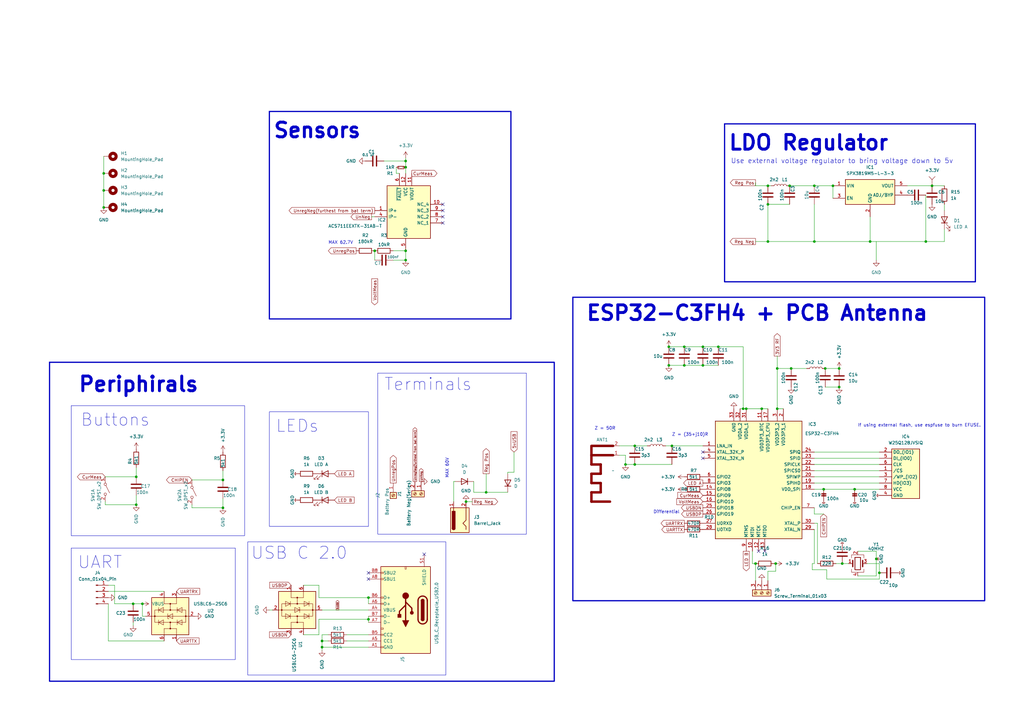
<source format=kicad_sch>
(kicad_sch (version 20230121) (generator eeschema)
  (paper "A3")
  (junction (at 324.485 151.13))
  (junction (at 166.37 102.87))
  (junction (at 153.67 102.87))
  (junction (at 54.61 247.65))
  (junction (at 151.13 254))
  (junction (at 334.01 76.2))
  (junction (at 318.135 231.14))
  (junction (at 151.13 245.11))
  (junction (at 323.85 76.2))
  (junction (at 280.67 149.86))
  (junction (at 42.545 78.105))
  (junction (at 91.44 196.85))
  (junction (at 280.67 142.24))
  (junction (at 166.37 106.68))
  (junction (at 338.455 151.13))
  (junction (at 275.59 182.88))
  (junction (at 294.64 142.24))
  (junction (at 312.42 167.64))
  (junction (at 274.32 142.24))
  (junction (at 341.63 76.2))
  (junction (at 260.35 182.88))
  (junction (at 337.82 200.66))
  (junction (at 42.545 85.09))
  (junction (at 345.44 231.14))
  (junction (at 334.01 99.06))
  (junction (at 304.8 167.64))
  (junction (at 318.77 151.13))
  (junction (at 256.54 190.5))
  (junction (at 350.52 200.66))
  (junction (at 260.35 190.5))
  (junction (at 382.27 76.2))
  (junction (at 306.07 167.64))
  (junction (at 42.545 71.12))
  (junction (at 55.88 207.01))
  (junction (at 166.37 66.04))
  (junction (at 132.08 262.89))
  (junction (at 274.32 149.86))
  (junction (at 288.29 149.86))
  (junction (at 55.88 195.58))
  (junction (at 132.08 265.43))
  (junction (at 309.88 231.14))
  (junction (at 314.96 83.82))
  (junction (at 314.96 99.06))
  (junction (at 318.77 167.64))
  (junction (at 356.87 99.06))
  (junction (at 58.42 247.65))
  (junction (at 379.73 99.06))
  (junction (at 91.44 208.28))
  (junction (at 344.17 158.75))
  (junction (at 191.135 205.74))
  (junction (at 199.39 201.93))
  (junction (at 166.37 68.58))
  (junction (at 359.41 229.235))
  (junction (at 360.68 234.95))
  (junction (at 288.29 142.24))
  (junction (at 314.96 76.2))
  (junction (at 344.17 151.13))
  (no_connect (at 181.61 91.44))
  (no_connect (at 181.61 86.36))
  (no_connect (at 151.13 237.49))
  (no_connect (at 313.69 226.06))
  (no_connect (at 288.29 187.96))
  (no_connect (at 181.61 88.9))
  (no_connect (at 173.99 227.33))
  (no_connect (at 151.13 234.95))
  (no_connect (at 288.29 185.42))
  (no_connect (at 181.61 83.82))
  (no_connect (at 311.15 226.06))
  (wire (pts (xy 91.44 208.28) (xy 91.44 204.47)))
  (wire (pts (xy 44.45 242.57) (xy 67.31 242.57)))
  (wire (pts (xy 274.32 142.24) (xy 280.67 142.24)))
  (wire (pts (xy 58.42 252.73) (xy 58.42 247.65)))
  (wire (pts (xy 111.76 250.19) (xy 110.49 250.19)))
  (wire (pts (xy 199.39 201.93) (xy 208.28 201.93)))
  (wire (pts (xy 280.67 149.86) (xy 288.29 149.86)))
  (wire (pts (xy 161.29 106.68) (xy 166.37 106.68)))
  (wire (pts (xy 55.88 191.77) (xy 55.88 195.58)))
  (wire (pts (xy 324.485 151.13) (xy 318.77 151.13)))
  (wire (pts (xy 303.53 167.64) (xy 304.8 167.64)))
  (wire (pts (xy 294.64 142.24) (xy 304.8 142.24)))
  (wire (pts (xy 334.01 76.2) (xy 341.63 76.2)))
  (wire (pts (xy 124.46 240.03) (xy 130.81 240.03)))
  (wire (pts (xy 334.01 200.66) (xy 337.82 200.66)))
  (wire (pts (xy 387.35 83.82) (xy 387.35 86.36)))
  (wire (pts (xy 356.87 88.9) (xy 356.87 99.06)))
  (wire (pts (xy 132.08 250.19) (xy 151.13 250.19)))
  (wire (pts (xy 55.88 207.01) (xy 55.88 203.2)))
  (wire (pts (xy 194.31 197.485) (xy 194.31 201.93)))
  (wire (pts (xy 91.44 193.04) (xy 91.44 196.85)))
  (wire (pts (xy 55.88 195.58) (xy 43.18 195.58)))
  (wire (pts (xy 134.62 262.89) (xy 132.08 262.89)))
  (wire (pts (xy 256.54 190.5) (xy 260.35 190.5)))
  (wire (pts (xy 344.17 151.13) (xy 338.455 151.13)))
  (wire (pts (xy 314.96 234.315) (xy 318.135 234.315)))
  (wire (pts (xy 334.01 231.14) (xy 334.01 217.17)))
  (wire (pts (xy 288.29 142.24) (xy 294.64 142.24)))
  (wire (pts (xy 387.35 93.98) (xy 387.35 99.06)))
  (wire (pts (xy 335.28 214.63) (xy 334.01 214.63)))
  (wire (pts (xy 309.88 76.2) (xy 309.88 74.93)))
  (wire (pts (xy 334.01 195.58) (xy 360.68 195.58)))
  (wire (pts (xy 208.28 193.675) (xy 208.28 194.31)))
  (wire (pts (xy 360.68 234.95) (xy 360.68 237.49)))
  (wire (pts (xy 333.121 233.68) (xy 339.09 233.68)))
  (wire (pts (xy 134.62 260.35) (xy 132.08 260.35)))
  (wire (pts (xy 379.73 80.01) (xy 379.73 99.06)))
  (wire (pts (xy 132.08 265.43) (xy 132.08 266.7)))
  (wire (pts (xy 91.44 196.85) (xy 78.74 196.85)))
  (wire (pts (xy 194.31 201.93) (xy 199.39 201.93)))
  (wire (pts (xy 350.52 200.66) (xy 360.68 200.66)))
  (wire (pts (xy 151.13 262.89) (xy 142.24 262.89)))
  (wire (pts (xy 54.61 256.54) (xy 54.61 255.27)))
  (wire (pts (xy 318.77 151.13) (xy 318.77 167.64)))
  (wire (pts (xy 124.46 260.35) (xy 130.81 260.35)))
  (wire (pts (xy 334.01 185.42) (xy 360.68 185.42)))
  (wire (pts (xy 318.77 167.64) (xy 321.31 167.64)))
  (wire (pts (xy 210.82 185.42) (xy 210.82 193.675)))
  (wire (pts (xy 78.74 207.01) (xy 78.74 208.28)))
  (wire (pts (xy 372.11 76.2) (xy 382.27 76.2)))
  (wire (pts (xy 151.13 247.65) (xy 151.13 245.11)))
  (wire (pts (xy 78.74 208.28) (xy 91.44 208.28)))
  (wire (pts (xy 151.13 260.35) (xy 142.24 260.35)))
  (wire (pts (xy 306.07 167.64) (xy 312.42 167.64)))
  (wire (pts (xy 312.42 167.64) (xy 314.96 167.64)))
  (wire (pts (xy 254 186.69) (xy 256.54 186.69)))
  (wire (pts (xy 288.29 149.86) (xy 294.64 149.86)))
  (wire (pts (xy 166.37 64.77) (xy 166.37 66.04)))
  (wire (pts (xy 382.27 76.2) (xy 387.35 76.2)))
  (wire (pts (xy 314.96 238.125) (xy 314.96 234.315)))
  (wire (pts (xy 360.68 231.14) (xy 360.68 234.95)))
  (wire (pts (xy 314.96 99.06) (xy 334.01 99.06)))
  (wire (pts (xy 162.56 68.58) (xy 162.56 71.12)))
  (wire (pts (xy 341.63 76.2) (xy 341.63 81.28)))
  (wire (pts (xy 334.01 83.82) (xy 334.01 99.06)))
  (wire (pts (xy 334.01 193.04) (xy 360.68 193.04)))
  (wire (pts (xy 316.23 76.2) (xy 314.96 76.2)))
  (wire (pts (xy 151.13 254) (xy 151.13 255.27)))
  (wire (pts (xy 334.01 210.82) (xy 337.82 210.82)))
  (wire (pts (xy 359.41 236.22) (xy 351.79 236.22)))
  (wire (pts (xy 323.85 76.2) (xy 334.01 76.2)))
  (wire (pts (xy 334.01 187.96) (xy 360.68 187.96)))
  (wire (pts (xy 333.121 231.14) (xy 333.121 233.68)))
  (wire (pts (xy 42.545 71.12) (xy 42.545 78.105)))
  (wire (pts (xy 359.41 106.68) (xy 359.41 99.06)))
  (wire (pts (xy 330.835 151.13) (xy 324.485 151.13)))
  (wire (pts (xy 309.88 76.2) (xy 314.96 76.2)))
  (wire (pts (xy 304.8 142.24) (xy 304.8 167.64)))
  (wire (pts (xy 44.45 262.89) (xy 44.45 247.65)))
  (wire (pts (xy 166.37 106.68) (xy 166.37 102.87)))
  (wire (pts (xy 273.05 182.88) (xy 275.59 182.88)))
  (wire (pts (xy 345.44 231.14) (xy 342.9 231.14)))
  (wire (pts (xy 186.055 197.485) (xy 186.055 205.74)))
  (wire (pts (xy 334.01 99.06) (xy 356.87 99.06)))
  (wire (pts (xy 46.99 247.65) (xy 46.99 240.03)))
  (wire (pts (xy 151.13 265.43) (xy 132.08 265.43)))
  (wire (pts (xy 317.5 231.14) (xy 318.135 231.14)))
  (wire (pts (xy 152.4 88.9) (xy 153.67 88.9)))
  (wire (pts (xy 308.61 231.14) (xy 308.61 226.06)))
  (wire (pts (xy 166.37 66.04) (xy 166.37 68.58)))
  (wire (pts (xy 314.96 83.82) (xy 323.85 83.82)))
  (wire (pts (xy 59.69 252.73) (xy 58.42 252.73)))
  (wire (pts (xy 210.82 193.675) (xy 208.28 193.675)))
  (wire (pts (xy 359.41 229.235) (xy 359.41 236.22)))
  (wire (pts (xy 309.88 238.125) (xy 309.88 231.14)))
  (wire (pts (xy 334.01 190.5) (xy 360.68 190.5)))
  (wire (pts (xy 130.81 260.35) (xy 130.81 254)))
  (wire (pts (xy 43.18 205.74) (xy 43.18 207.01)))
  (wire (pts (xy 309.88 231.14) (xy 308.61 231.14)))
  (wire (pts (xy 157.48 66.04) (xy 166.37 66.04)))
  (wire (pts (xy 314.96 83.82) (xy 314.96 99.06)))
  (wire (pts (xy 151.13 254) (xy 151.13 252.73)))
  (wire (pts (xy 67.31 262.89) (xy 44.45 262.89)))
  (wire (pts (xy 379.73 99.06) (xy 387.35 99.06)))
  (wire (pts (xy 199.39 194.31) (xy 199.39 201.93)))
  (wire (pts (xy 132.08 260.35) (xy 132.08 262.89)))
  (wire (pts (xy 333.121 231.14) (xy 334.01 231.14)))
  (wire (pts (xy 193.675 205.74) (xy 191.135 205.74)))
  (wire (pts (xy 355.6 231.14) (xy 360.68 231.14)))
  (wire (pts (xy 186.69 197.485) (xy 186.055 197.485)))
  (wire (pts (xy 162.56 71.12) (xy 163.83 71.12)))
  (wire (pts (xy 318.135 234.315) (xy 318.135 231.14)))
  (wire (pts (xy 347.98 231.14) (xy 345.44 231.14)))
  (wire (pts (xy 256.54 186.69) (xy 256.54 190.5)))
  (wire (pts (xy 161.29 102.87) (xy 166.37 102.87)))
  (wire (pts (xy 260.35 190.5) (xy 275.59 190.5)))
  (wire (pts (xy 254 182.88) (xy 260.35 182.88)))
  (wire (pts (xy 274.32 149.86) (xy 280.67 149.86)))
  (wire (pts (xy 334.01 198.12) (xy 360.68 198.12)))
  (wire (pts (xy 318.77 146.05) (xy 318.77 151.13)))
  (wire (pts (xy 280.67 142.24) (xy 288.29 142.24)))
  (wire (pts (xy 337.82 200.66) (xy 350.52 200.66)))
  (wire (pts (xy 132.08 262.89) (xy 132.08 265.43)))
  (wire (pts (xy 42.545 78.105) (xy 42.545 85.09)))
  (wire (pts (xy 335.28 231.14) (xy 335.28 214.63)))
  (wire (pts (xy 42.545 64.135) (xy 42.545 71.12)))
  (wire (pts (xy 54.61 247.65) (xy 46.99 247.65)))
  (wire (pts (xy 356.87 99.06) (xy 379.73 99.06)))
  (wire (pts (xy 309.88 99.06) (xy 314.96 99.06)))
  (wire (pts (xy 130.81 245.11) (xy 151.13 245.11)))
  (wire (pts (xy 351.79 226.06) (xy 359.41 226.06)))
  (wire (pts (xy 153.67 102.87) (xy 153.67 106.68)))
  (wire (pts (xy 260.35 182.88) (xy 265.43 182.88)))
  (wire (pts (xy 304.8 167.64) (xy 306.07 167.64)))
  (wire (pts (xy 339.09 237.49) (xy 339.09 233.68)))
  (wire (pts (xy 43.18 207.01) (xy 55.88 207.01)))
  (wire (pts (xy 334.01 208.28) (xy 334.01 210.82)))
  (wire (pts (xy 275.59 182.88) (xy 288.29 182.88)))
  (wire (pts (xy 130.81 240.03) (xy 130.81 245.11)))
  (wire (pts (xy 46.99 240.03) (xy 44.45 240.03)))
  (wire (pts (xy 58.42 247.65) (xy 54.61 247.65)))
  (wire (pts (xy 360.68 237.49) (xy 339.09 237.49)))
  (wire (pts (xy 359.41 226.06) (xy 359.41 229.235)))
  (wire (pts (xy 166.37 68.58) (xy 166.37 71.12)))
  (wire (pts (xy 130.81 254) (xy 151.13 254)))
  (wire (pts (xy 344.17 158.75) (xy 338.455 158.75)))
  (rectangle (start 297.18 50.8) (end 400.05 115.57) (stroke (width 0.5)))
  (rectangle (start 110.49 45.72) (end 209.55 130.81) (stroke (width 0.5)))
  (rectangle (start 20.32 148.59) (end 227.33 279.4) (stroke (width 0.5)))
  (rectangle (start 154.94 153.035) (end 215.9 219.075))
  (rectangle (start 101.6 222.25) (end 182.88 276.86))
  (rectangle (start 110.49 168.91) (end 151.13 215.9))
  (rectangle (start 29.21 224.79) (end 96.52 270.51))
  (rectangle (start 234.95 121.92) (end 403.86 246.38) (stroke (width 0.5)))
  (rectangle (start 29.21 166.37) (end 100.33 219.71))
  (text "MAX 60V" (at 184.15 196.215 90) (effects (font (size 1.27 1.27)) (justify left bottom)))
  (text "ESP32-C3FH4 + PCB Antenna" (at 240.03 132.08 0) (effects (font (size 6 6) (thickness 1.2) bold) (justify left bottom)))
  (text "Differential" (at 267.97 210.82 0) (effects (font (size 1.27 1.27)) (justify left bottom)))
  (text "USB C 2.0" (at 102.87 229.87 0) (effects (font (size 5 5)) (justify left bottom)))
  (text "If using external flash, use espfuse to burn EFUSE." (at 351.79 175.26 0) (effects (font (size 1.27 1.27)) (justify left bottom)))
  (text "LEDs" (at 113.03 177.8 0) (effects (font (size 5 5)) (justify left bottom)))
  (text "Use external voltage regulator to bring voltage down to 5v" (at 299.72 67.31 0) (effects (font (size 2 2)) (justify left bottom)))
  (text "Terminals" (at 157.48 160.655 0) (effects (font (size 5 5)) (justify left bottom)))
  (text "Sensors" (at 111.76 57.15 0) (effects (font (size 6 6) (thickness 1.2) bold) (justify left bottom)))
  (text "Z = (35+j10)R" (at 275.59 179.07 0) (effects (font (size 1.27 1.27)) (justify left bottom)))
  (text "Periphirals " (at 31.75 161.29 0) (effects (font (size 6 6) (thickness 1.2) bold) (justify left bottom)))
  (text "Z = 50R" (at 243.84 176.53 0) (effects (font (size 1.27 1.27)) (justify left bottom)))
  (text "LDO Regulator\n" (at 298.45 62.23 0) (effects (font (size 6 6) (thickness 1.2) bold) (justify left bottom)))
  (text "Buttons" (at 33.02 175.26 0) (effects (font (size 5 5)) (justify left bottom)))
  (text "MAX 62.7V" (at 134.62 100.33 0) (effects (font (size 1.27 1.27)) (justify left bottom)))
  (text "UART" (at 31.75 233.68 0) (effects (font (size 5 5)) (justify left bottom)))
  (global_label "LED B" (shape output) (at 306.07 226.06 270) (property "Intersheetrefs" "${INTERSHEET_REFS}" (effects hide)))
  (global_label "UnregNeg(furthest from bat term)" (shape output) (at 153.67 86.36 180) (property "Intersheetrefs" "${INTERSHEET_REFS}" (effects hide)))
  (global_label "UnregNeg(furthest from bat term)" (shape output) (at 170.18 197.485 90) (effects (font (size 0.8 0.8))) (property "Intersheetrefs" "${INTERSHEET_REFS}" (effects hide)))
  (global_label "LED A" (shape output) (at 288.29 198.12 180) (property "Intersheetrefs" "${INTERSHEET_REFS}" (effects hide)))
  (global_label "VoltMeas" (shape output) (at 153.67 114.3 270) (property "Intersheetrefs" "${INTERSHEET_REFS}" (effects hide)))
  (global_label "USBDN" (shape input) (at 119.38 260.35 180) (property "Intersheetrefs" "${INTERSHEET_REFS}" (effects hide)))
  (global_label "UnregPos" (shape output) (at 161.29 198.12 90) (property "Intersheetrefs" "${INTERSHEET_REFS}" (effects hide)))
  (global_label "UnregPos" (shape output) (at 146.05 102.87 180) (property "Intersheetrefs" "${INTERSHEET_REFS}" (effects hide)))
  (global_label "5vUSB" (shape input) (at 210.82 185.42 90) (property "Intersheetrefs" "${INTERSHEET_REFS}" (effects hide)))
  (global_label "LED B" (shape input) (at 137.16 205.105 0) (property "Intersheetrefs" "${INTERSHEET_REFS}" (effects hide)))
  (global_label "CHIPEN" (shape input) (at 337.82 210.82 270) (property "Intersheetrefs" "${INTERSHEET_REFS}" (effects hide)))
  (global_label "USBDN" (shape output) (at 288.29 208.28 180) (property "Intersheetrefs" "${INTERSHEET_REFS}" (effects hide)))
  (global_label "UARTTX" (shape input) (at 72.39 262.89 0) (property "Intersheetrefs" "${INTERSHEET_REFS}" (effects hide)))
  (global_label "USBDP" (shape input) (at 119.38 240.03 180) (property "Intersheetrefs" "${INTERSHEET_REFS}" (effects hide)))
  (global_label "CurMeas" (shape output) (at 168.91 71.12 0) (property "Intersheetrefs" "${INTERSHEET_REFS}" (effects hide)))
  (global_label "Reg Pos" (shape output) (at 309.88 74.93 180) (property "Intersheetrefs" "${INTERSHEET_REFS}" (effects hide)))
  (global_label "VoltMeas" (shape input) (at 288.29 205.74 180) (property "Intersheetrefs" "${INTERSHEET_REFS}" (effects hide)))
  (global_label "UARTRX" (shape input) (at 72.39 242.57 0) (property "Intersheetrefs" "${INTERSHEET_REFS}" (effects hide)))
  (global_label "LED A" (shape input) (at 137.16 194.31 0) (property "Intersheetrefs" "${INTERSHEET_REFS}" (effects hide)))
  (global_label "UARTRX" (shape output) (at 280.67 214.63 180) (property "Intersheetrefs" "${INTERSHEET_REFS}" (effects hide)))
  (global_label "CurMeas" (shape input) (at 288.29 203.2 180) (property "Intersheetrefs" "${INTERSHEET_REFS}" (effects hide)))
  (global_label "USBDP" (shape output) (at 288.29 210.82 180) (property "Intersheetrefs" "${INTERSHEET_REFS}" (effects hide)))
  (global_label "CurMeas" (shape bidirectional) (at 43.18 195.58 180) (property "Intersheetrefs" "${INTERSHEET_REFS}" (effects hide)))
  (global_label "3V3 RF" (shape output) (at 318.77 146.05 90) (property "Intersheetrefs" "${INTERSHEET_REFS}" (effects hide)))
  (global_label "Reg Neg" (shape output) (at 309.88 99.06 180) (property "Intersheetrefs" "${INTERSHEET_REFS}" (effects hide)))
  (global_label "UARTTX" (shape output) (at 280.67 217.17 180) (property "Intersheetrefs" "${INTERSHEET_REFS}" (effects hide)))
  (global_label "5vUSB" (shape output) (at 138.43 250.19 90) (effects (font (size 0.6 0.6))) (property "Intersheetrefs" "${INTERSHEET_REFS}" (effects hide)))
  (global_label "UnNeg" (shape output) (at 172.72 197.485 90) (effects (font (size 0.8 0.8))) (property "Intersheetrefs" "${INTERSHEET_REFS}" (effects hide)))
  (global_label "UnNeg" (shape output) (at 152.4 88.9 180) (property "Intersheetrefs" "${INTERSHEET_REFS}" (effects hide)))
  (global_label "CHIPEN" (shape bidirectional) (at 78.74 196.85 180) (property "Intersheetrefs" "${INTERSHEET_REFS}" (effects hide)))
  (global_label "Reg Neg" (shape output) (at 193.675 205.74 0) (property "Intersheetrefs" "${INTERSHEET_REFS}" (effects hide)))
  (global_label "Reg Pos" (shape output) (at 199.39 194.31 90) (property "Intersheetrefs" "${INTERSHEET_REFS}" (effects hide)))
  (symbol (lib_id "Device:C") (at 314.96 80.01 0) (unit 1)
    (property "Reference" "C2" (at 312.42 85.09 90))
    (property "Value" "100n" (at 311.785 80.01 90))
    (property "Footprint" "Capacitor_SMD:C_0603_1608Metric_Pad1.08x0.95mm_HandSolder" (effects hide))
  )
  (symbol (lib_name "GND_1") (lib_id "power:GND") (at 359.41 229.235 90) (unit 1)
    (property "Reference" "#PWR027" (effects hide))
    (property "Value" "GND" (at 361.442 229.235 0))
  )
  (symbol (lib_id "Device:R") (at 387.35 80.01 180) (unit 1)
    (property "Reference" "R15" (at 389.89 78.74 0) (effects (justify right)))
    (property "Value" "1k" (at 389.89 81.28 0) (effects (justify right)))
    (property "Footprint" "Resistor_SMD:R_0805_2012Metric_Pad1.20x1.40mm_HandSolder" (effects hide))
  )
  (symbol (lib_id "power:GND") (at 300.99 167.64 180) (unit 1)
    (property "Reference" "#PWR012" (effects hide))
    (property "Value" "GND" (at 300.99 162.56 0))
  )
  (symbol (lib_id "W25Q128JVSIQ:W25Q128JVSIQ") (at 326.39 186.69 0) (unit 1)
    (property "Reference" "IC4" (at 371.475 179.07 0))
    (property "Value" "W25Q128JVSIQ" (at 371.475 181.61 0))
    (property "Footprint" "W25Q128JVSIQ:SOIC127P790X216-8N" (effects hide))
    (property "Datasheet" "https://www.winbond.com/hq/search-resource-file.jsp?partNo=W25Q128JVSIQ&type=datasheet" (effects hide))
    (property "Height" "2.16" (effects hide))
    (property "Manufacturer_Name" "Winbond" (effects hide))
    (property "Manufacturer_Part_Number" "W25Q128JVSIQ" (effects hide))
    (property "Mouser Part Number" "454-W25Q128JVSIQ" (effects hide))
    (property "Mouser Price/Stock" "https://www.mouser.co.uk/ProductDetail/Winbond/W25Q128JVSIQ?qs=qSfuJ%252Bfl%2Fd6tLXvPR4fl9w%3D%3D" (effects hide))
    (property "Arrow Part Number" "W25Q128JVSIQ" (effects hide))
    (property "Arrow Price/Stock" "https://www.arrow.com/en/products/w25q128jvsiq/winbond-electronics?region=nac" (effects hide))
  )
  (symbol (lib_id "Device:Crystal_GND24") (at 351.79 231.14 0) (unit 1)
    (property "Reference" "Y1" (at 359.41 223.266 0))
    (property "Value" "40MHZ" (at 359.283 225.044 0))
    (property "Footprint" "Crystal:Crystal_SMD_2016-4Pin_2.0x1.6mm" (effects hide))
  )
  (symbol (lib_id "Device:C") (at 91.44 200.66 0) (unit 1)
    (property "Reference" "C18" (at 95.25 200.66 0))
    (property "Value" "100n	" (at 96.52 203.2 0))
    (property "Footprint" "Capacitor_SMD:C_0603_1608Metric_Pad1.08x0.95mm_HandSolder" (effects hide))
  )
  (symbol (lib_id "power:GND") (at 132.08 266.7 0) (unit 1)
    (property "Reference" "#PWR034" (effects hide))
    (property "Value" "GND" (at 132.08 270.51 90) (effects (justify right)))
  )
  (symbol (lib_id "Device:R") (at 284.48 200.66 90) (unit 1)
    (property "Reference" "R8" (at 280.67 200.66 90))
    (property "Value" "5k1" (at 284.48 200.66 90))
    (property "Footprint" "Resistor_SMD:R_1206_3216Metric_Pad1.30x1.75mm_HandSolder" (effects hide))
  )
  (symbol (lib_name "GND_1") (lib_id "power:GND") (at 345.44 223.52 180) (unit 1)
    (property "Reference" "#PWR026" (effects hide))
    (property "Value" "GND" (at 345.44 221.488 0))
  )
  (symbol (lib_id "Device:LED") (at 387.35 90.17 90) (unit 1)
    (property "Reference" "D1" (at 391.16 90.4875 90) (effects (justify right)))
    (property "Value" "LED A" (at 391.16 93.0275 90) (effects (justify right)))
    (property "Footprint" "LED_SMD:LED_0603_1608Metric_Pad1.05x0.95mm_HandSolder" (effects hide))
  )
  (symbol (lib_id "Power_Protection:USBLC6-2SC6") (at 121.92 250.19 270) (unit 1)
    (property "Reference" "U1" (at 123.19 262.89 0) (effects (justify left)))
    (property "Value" "USBLC6-2SC6" (at 120.65 261.62 0) (effects (justify left)))
    (property "Footprint" "Package_TO_SOT_SMD:SOT-23-6" (effects hide))
    (property "Datasheet" "https://www.st.com/resource/en/datasheet/usblc6-2.pdf" (effects hide))
  )
  (symbol (lib_id "power:GND") (at 312.42 238.125 180) (unit 1)
    (property "Reference" "#PWR037" (effects hide))
    (property "Value" "GND" (at 312.42 233.045 0))
  )
  (symbol (lib_id "power:+3.3V") (at 55.88 184.15 0) (unit 1)
    (property "Reference" "#PWR013" (effects hide))
    (property "Value" "+3.3V" (at 55.88 179.07 0))
  )
  (symbol (lib_id "power:GND") (at 382.27 83.82 0) (unit 1)
    (property "Reference" "#PWR04" (effects hide))
    (property "Value" "GND" (at 382.27 88.9 0))
  )
  (symbol (lib_id "Connector:Screw_Terminal_01x02") (at 172.72 202.565 270) (unit 1)
    (property "Reference" "J1" (at 163.83 202.565 0))
    (property "Value" "Battery Neg(Series)" (at 167.64 206.375 0))
  )
  (symbol (lib_id "Device:R") (at 313.69 231.14 270) (unit 1)
    (property "Reference" "R16" (at 313.69 224.79 90))
    (property "Value" "1k" (at 313.69 227.33 90))
    (property "Footprint" "Resistor_SMD:R_0805_2012Metric_Pad1.20x1.40mm_HandSolder" (effects hide))
  )
  (symbol (lib_name "R_1") (lib_id "Device:R") (at 164.465 68.58 90) (unit 1)
    (property "Reference" "R1" (at 160.02 71.12 90))
    (property "Value" "1kR" (at 160.02 68.58 90))
    (property "Footprint" "Resistor_SMD:R_0805_2012Metric_Pad1.20x1.40mm_HandSolder" (effects hide))
  )
  (symbol (lib_id "Device:R") (at 138.43 262.89 270) (unit 1)
    (property "Reference" "R14" (at 138.43 265.43 90))
    (property "Value" "5k1" (at 138.43 262.89 90))
    (property "Footprint" "Resistor_SMD:R_1206_3216Metric_Pad1.30x1.75mm_HandSolder" (effects hide))
  )
  (symbol (lib_id "power:+3.3V") (at 274.32 142.24 0) (unit 1)
    (property "Reference" "#PWR07" (effects hide))
    (property "Value" "+3.3V" (at 274.32 137.16 0))
  )
  (symbol (lib_id "Mechanical:MountingHole_Pad") (at 45.085 71.12 270) (unit 1)
    (property "Reference" "H2" (at 49.53 69.85 90) (effects (justify left)))
    (property "Value" "MountingHole_Pad" (at 49.53 72.39 90) (effects (justify left)))
    (property "Footprint" "MountingHole:MountingHole_2.7mm_M2.5_Pad" (effects hide))
  )
  (symbol (lib_id "ACS711EEXTK-31AB-T:ACS711EEXTK-31AB-T") (at 153.67 88.9 0) (unit 1)
    (property "Reference" "IC2" (at 154.94 90.17 0) (effects (justify left)))
    (property "Value" "ACS711EEXTK-31AB-T" (at 134.62 92.71 0) (effects (justify left)))
    (property "Footprint" "Sensor_Current:Allegro_QFN-12-10-1EP_3x3mm_P0.5mm" (effects hide))
    (property "Datasheet" "https://www.allegromicro.com/-/media/files/datasheets/acs711-datasheet.ashx" (effects hide))
    (property "Height" "0.8" (effects hide))
    (property "Manufacturer_Name" "Allegro Microsystems" (effects hide))
    (property "Manufacturer_Part_Number" "ACS711EEXTK-31AB-T" (effects hide))
    (property "Arrow Part Number" "ACS711EEXTK-31AB-T" (effects hide))
    (property "Arrow Price/Stock" "https://www.arrow.com/en/products/acs711eextk-31ab-t/allegro-microsystems" (effects hide))
  )
  (symbol (lib_name "GND_1") (lib_id "power:GND") (at 350.52 205.486 0) (unit 1)
    (property "Reference" "#PWR023" (effects hide))
    (property "Value" "GND" (at 350.52 207.518 0))
  )
  (symbol (lib_id "Device:R") (at 125.73 205.105 90) (unit 1)
    (property "Reference" "R9" (at 125.73 199.39 90))
    (property "Value" "1k" (at 125.73 201.93 90))
    (property "Footprint" "Resistor_SMD:R_0805_2012Metric_Pad1.20x1.40mm_HandSolder" (effects hide))
  )
  (symbol (lib_id "power:+3.3V") (at 280.67 200.66 90) (unit 1)
    (property "Reference" "#PWR019" (effects hide))
    (property "Value" "+3.3V" (at 276.86 200.66 90) (effects (justify left)))
  )
  (symbol (lib_id "Device:L") (at 334.645 151.13 90) (unit 1)
    (property "Reference" "L2" (at 335.28 148.59 90) (effects (justify right)))
    (property "Value" "2n2" (at 330.2 148.59 90) (effects (justify right)))
    (property "Footprint" "Inductor_SMD:L_0805_2012Metric_Pad1.05x1.20mm_HandSolder" (effects hide))
  )
  (symbol (lib_id "power:+3.3V") (at 91.44 185.42 0) (unit 1)
    (property "Reference" "#PWR014" (effects hide))
    (property "Value" "+3.3V" (at 91.44 181.61 90) (effects (justify left)))
  )
  (symbol (lib_id "power:GND") (at 42.545 85.09 0) (unit 1)
    (property "Reference" "#PWR035" (effects hide))
    (property "Value" "GND" (at 42.545 90.17 0))
  )
  (symbol (lib_id "Device:C") (at 344.17 154.94 0) (unit 1)
    (property "Reference" "C14" (at 347.98 153.67 0) (effects (justify left)))
    (property "Value" "10u" (at 347.98 156.21 0) (effects (justify left)))
    (property "Footprint" "Capacitor_SMD:C_0805_2012Metric_Pad1.18x1.45mm_HandSolder" (effects hide))
  )
  (symbol (lib_id "Device:C") (at 324.485 154.94 0) (unit 1)
    (property "Reference" "C12" (at 326.39 158.75 90))
    (property "Value" "100n" (at 321.31 154.94 90))
    (property "Footprint" "Capacitor_SMD:C_0603_1608Metric_Pad1.08x0.95mm_HandSolder" (effects hide))
  )
  (symbol (lib_id "power:+3.3V") (at 166.37 64.77 0) (unit 1)
    (property "Reference" "#PWR01" (effects hide))
    (property "Value" "+3.3V" (at 166.37 59.69 0))
  )
  (symbol (lib_id "Device:LED") (at 133.35 205.105 0) (unit 1)
    (property "Reference" "D6" (at 131.7625 199.39 0))
    (property "Value" "LED B" (at 131.7625 201.93 0))
    (property "Footprint" "LED_SMD:LED_0603_1608Metric_Pad1.05x0.95mm_HandSolder" (effects hide))
  )
  (symbol (lib_id "power:GND") (at 80.01 252.73 90) (unit 1)
    (property "Reference" "#PWR032" (effects hide))
    (property "Value" "GND" (at 83.82 252.73 90) (effects (justify right)))
  )
  (symbol (lib_id "Connector:USB_C_Receptacle_USB2.0") (at 166.37 250.19 180) (unit 1)
    (property "Reference" "J5" (at 165.1 269.24 90) (effects (justify left)))
    (property "Value" "USB_C_Receptacle_USB2.0" (at 179.07 238.76 90) (effects (justify left)))
    (property "Footprint" "Connector_USB:USB_C_Receptacle_GCT_USB4105-xx-A_16P_TopMnt_Horizontal" (effects hide))
    (property "Datasheet" "https://www.usb.org/sites/default/files/documents/usb_type-c.zip" (effects hide))
  )
  (symbol (lib_id "Mechanical:MountingHole_Pad") (at 45.085 64.135 270) (unit 1)
    (property "Reference" "H1" (at 49.53 62.865 90) (effects (justify left)))
    (property "Value" "MountingHole_Pad" (at 49.53 65.405 90) (effects (justify left)))
    (property "Footprint" "MountingHole:MountingHole_2.7mm_M2.5_Pad" (effects hide))
  )
  (symbol (lib_id "SPX3819M5-L-3-3:SPX3819M5-L-3-3") (at 341.63 76.835 0) (unit 1)
    (property "Reference" "IC1" (at 356.87 68.58 0))
    (property "Value" "SPX3819M5-L-3-3" (at 356.87 71.12 0))
    (property "Footprint" "SPX3819M5-L-3-3:SOT95P280X145-5N" (effects hide))
    (property "Datasheet" "https://componentsearchengine.com/Datasheets/2/SPX3819M5-L-3-3.pdf" (effects hide))
    (property "Height" "1.45" (effects hide))
    (property "Manufacturer_Name" "MaxLinear, Inc." (effects hide))
    (property "Manufacturer_Part_Number" "SPX3819M5-L-3-3" (effects hide))
    (property "Mouser Part Number" "701-SPX3819M5-L-3-3" (effects hide))
    (property "Mouser Price/Stock" "https://www.mouser.co.uk/ProductDetail/MaxLinear/SPX3819M5-L-3-3?qs=2Z08r0Wtf%2Fyl32mFDRYBCg%3D%3D" (effects hide))
  )
  (symbol (lib_id "Device:C") (at 375.92 80.01 90) (unit 1)
    (property "Reference" "C5" (at 373.38 78.74 90))
    (property "Value" "100n" (at 375.92 83.185 90))
    (property "Footprint" "Capacitor_SMD:C_0603_1608Metric_Pad1.08x0.95mm_HandSolder" (effects hide))
  )
  (symbol (lib_id "Device:C") (at 55.88 199.39 0) (unit 1)
    (property "Reference" "C17" (at 59.69 199.39 0))
    (property "Value" "100n	" (at 60.96 201.93 0))
    (property "Footprint" "Capacitor_SMD:C_0603_1608Metric_Pad1.08x0.95mm_HandSolder" (effects hide))
  )
  (symbol (lib_id "Device:LED") (at 133.35 194.31 0) (unit 1)
    (property "Reference" "D3" (at 131.7625 187.96 0))
    (property "Value" "LED A" (at 131.7625 190.5 0))
    (property "Footprint" "LED_SMD:LED_0603_1608Metric_Pad1.05x0.95mm_HandSolder" (effects hide))
  )
  (symbol (lib_id "Mechanical:MountingHole_Pad") (at 45.085 78.105 270) (unit 1)
    (property "Reference" "H3" (at 49.53 76.835 90) (effects (justify left)))
    (property "Value" "MountingHole_Pad" (at 49.53 79.375 90) (effects (justify left)))
    (property "Footprint" "MountingHole:MountingHole_2.7mm_M2.5_Pad" (effects hide))
  )
  (symbol (lib_id "Device:R") (at 55.88 187.96 0) (unit 1)
    (property "Reference" "R4" (at 53.34 190.5 90) (effects (justify left)))
    (property "Value" "5k1" (at 55.88 190.5 90) (effects (justify left)))
    (property "Footprint" "Resistor_SMD:R_1206_3216Metric_Pad1.30x1.75mm_HandSolder" (effects hide))
  )
  (symbol (lib_id "Device:L") (at 269.24 182.88 90) (unit 1)
    (property "Reference" "L3" (at 269.24 180.34 90) (effects (justify right)))
    (property "Value" "2n2" (at 264.16 180.34 90) (effects (justify right)))
    (property "Footprint" "Inductor_SMD:L_0805_2012Metric_Pad1.05x1.20mm_HandSolder" (effects hide))
  )
  (symbol (lib_id "Device:D") (at 190.5 197.485 180) (unit 1)
    (property "Reference" "D4" (at 190.5 191.135 0))
    (property "Value" "D" (at 190.5 193.675 0))
    (property "Footprint" "Diode_SMD:D_SMB_Handsoldering" (effects hide))
    (property "Sim.Device" "D" (effects hide))
    (property "Sim.Pins" "1=K 2=A" (effects hide))
  )
  (symbol (lib_id "power:GND") (at 55.88 207.01 0) (unit 1)
    (property "Reference" "#PWR024" (effects hide))
    (property "Value" "GND" (at 55.88 210.82 90) (effects (justify right)))
  )
  (symbol (lib_id "Connector:Screw_Terminal_01x03") (at 312.42 243.205 270) (unit 1)
    (property "Reference" "J6" (at 317.5 241.935 90) (effects (justify left)))
    (property "Value" "Screw_Terminal_01x03" (at 317.5 244.475 90) (effects (justify left)))
    (property "Footprint" "Connector_PinSocket_2.54mm:PinSocket_1x03_P2.54mm_Vertical" (effects hide))
  )
  (symbol (lib_name "+3.3V_1") (lib_id "power:+3.3V") (at 382.27 76.2 0) (unit 1)
    (property "Reference" "#PWR03" (effects hide))
    (property "Value" "+3.3V" (at 382.27 69.85 0))
  )
  (symbol (lib_id "Device:R") (at 138.43 260.35 90) (unit 1)
    (property "Reference" "R13" (at 138.43 257.81 90))
    (property "Value" "5k1" (at 138.43 260.35 90))
    (property "Footprint" "Resistor_SMD:R_1206_3216Metric_Pad1.30x1.75mm_HandSolder" (effects hide))
  )
  (symbol (lib_id "Device:C") (at 364.49 234.95 90) (unit 1)
    (property "Reference" "C22" (at 360.68 238.76 90) (effects (justify right)))
    (property "Value" "10p" (at 364.49 240.03 90) (effects (justify right)))
    (property "Footprint" "Capacitor_SMD:C_0603_1608Metric_Pad1.08x0.95mm_HandSolder" (effects hide))
  )
  (symbol (lib_id "power:+3.3V") (at 318.135 231.14 270) (unit 1)
    (property "Reference" "#PWR038" (effects hide))
    (property "Value" "+3.3V" (at 321.945 231.14 90) (effects (justify left)))
  )
  (symbol (lib_id "Device:R") (at 284.48 217.17 90) (unit 1)
    (property "Reference" "R11" (at 284.48 219.71 90))
    (property "Value" "470R" (at 284.48 217.17 90))
    (property "Footprint" "Resistor_SMD:R_0603_1608Metric_Pad0.98x0.95mm_HandSolder" (effects hide))
  )
  (symbol (lib_id "power:GND") (at 191.135 205.74 180) (unit 1)
    (property "Reference" "#PWR036" (effects hide))
    (property "Value" "GND" (at 191.135 201.295 0))
  )
  (symbol (lib_id "Device:R") (at 91.44 189.23 0) (unit 1)
    (property "Reference" "R5" (at 87.63 187.96 0) (effects (justify left)))
    (property "Value" "5k1" (at 91.44 191.77 90) (effects (justify left)))
    (property "Footprint" "Resistor_SMD:R_1206_3216Metric_Pad1.30x1.75mm_HandSolder" (effects hide))
  )
  (symbol (lib_id "Mechanical:MountingHole_Pad") (at 45.085 85.09 270) (unit 1)
    (property "Reference" "H4" (at 49.53 83.82 90) (effects (justify left)))
    (property "Value" "MountingHole_Pad" (at 49.53 86.36 90) (effects (justify left)))
    (property "Footprint" "MountingHole:MountingHole_2.7mm_M2.5_Pad" (effects hide))
  )
  (symbol (lib_id "Device:C") (at 280.67 146.05 0) (unit 1)
    (property "Reference" "C9" (at 280.67 143.51 0) (effects (justify left)))
    (property "Value" "100n" (at 281.94 148.59 0) (effects (justify left)))
    (property "Footprint" "Capacitor_SMD:C_0603_1608Metric_Pad1.08x0.95mm_HandSolder" (effects hide))
  )
  (symbol (lib_id "Power_Protection:USBLC6-2SC6") (at 69.85 252.73 90) (unit 1)
    (property "Reference" "U2" (at 86.36 250.5141 90))
    (property "Value" "USBLC6-2SC6" (at 86.36 247.65 90))
    (property "Footprint" "Package_TO_SOT_SMD:SOT-23-6" (effects hide))
    (property "Datasheet" "https://www.st.com/resource/en/datasheet/usblc6-2.pdf" (effects hide))
  )
  (symbol (lib_id "Device:R") (at 149.86 102.87 90) (unit 1)
    (property "Reference" "R2" (at 149.86 96.52 90))
    (property "Value" "180kR" (at 149.86 99.06 90))
    (property "Footprint" "Resistor_THT:R_Axial_DIN0309_L9.0mm_D3.2mm_P12.70mm_Horizontal" (effects hide))
  )
  (symbol (lib_id "Device:C") (at 338.455 154.94 0) (unit 1)
    (property "Reference" "C13" (at 336.55 160.02 90))
    (property "Value" "100n" (at 335.28 154.94 90))
    (property "Footprint" "Capacitor_SMD:C_0603_1608Metric_Pad1.08x0.95mm_HandSolder" (effects hide))
  )
  (symbol (lib_id "Device:C") (at 260.35 186.69 0) (unit 1)
    (property "Reference" "C15" (at 260.35 184.15 0) (effects (justify left)))
    (property "Value" "3p3" (at 262.89 186.69 0) (effects (justify left)))
    (property "Footprint" "Capacitor_SMD:C_0603_1608Metric_Pad1.08x0.95mm_HandSolder" (effects hide))
  )
  (symbol (lib_name "GND_1") (lib_id "power:GND") (at 121.92 205.105 270) (unit 1)
    (property "Reference" "#PWR021" (effects hide))
    (property "Value" "GND" (at 119.888 205.105 0))
  )
  (symbol (lib_id "power:GND") (at 359.41 106.68 0) (unit 1)
    (property "Reference" "#PWR06" (effects hide))
    (property "Value" "GND" (at 359.41 111.76 0))
  )
  (symbol (lib_id "Device:R") (at 284.48 195.58 90) (unit 1)
    (property "Reference" "R7" (at 284.48 193.04 90))
    (property "Value" "5k1" (at 284.48 195.58 90))
    (property "Footprint" "Resistor_SMD:R_1206_3216Metric_Pad1.30x1.75mm_HandSolder" (effects hide))
  )
  (symbol (lib_id "power:GND") (at 172.72 197.485 90) (unit 1)
    (property "Reference" "#PWR018" (effects hide))
    (property "Value" "GND" (at 176.53 197.485 90) (effects (justify right)))
  )
  (symbol (lib_id "Switch:SW_DPST_x2") (at 43.18 200.66 270) (unit 1)
    (property "Reference" "SW1" (at 38.1 203.2 0))
    (property "Value" "SW_DPST_x2" (at 40.64 203.2 0))
    (property "Footprint" "FSM2JSMAATR:FSM2J_1" (effects hide))
  )
  (symbol (lib_id "power:GND") (at 324.485 158.75 0) (unit 1)
    (property "Reference" "#PWR010" (effects hide))
    (property "Value" "GND" (at 324.485 161.925 90) (effects (justify right)))
  )
  (symbol (lib_id "Device:C") (at 288.29 146.05 0) (unit 1)
    (property "Reference" "C10" (at 288.29 143.51 0) (effects (justify left)))
    (property "Value" "100n" (at 289.56 148.59 0) (effects (justify left)))
    (property "Footprint" "Capacitor_SMD:C_0603_1608Metric_Pad1.08x0.95mm_HandSolder" (effects hide))
  )
  (symbol (lib_id "power:GND") (at 274.32 149.86 0) (unit 1)
    (property "Reference" "#PWR08" (effects hide))
    (property "Value" "GND" (at 274.32 154.94 0))
  )
  (symbol (lib_id "Device:C") (at 275.59 186.69 0) (unit 1)
    (property "Reference" "C16" (at 275.59 184.15 0) (effects (justify left)))
    (property "Value" "3p3" (at 278.13 186.69 0) (effects (justify left)))
    (property "Footprint" "Capacitor_SMD:C_0603_1608Metric_Pad1.08x0.95mm_HandSolder" (effects hide))
  )
  (symbol (lib_name "C_1") (lib_id "Device:C") (at 337.82 202.946 0) (unit 1)
    (property "Reference" "C19" (at 332.74 202.946 0) (effects (justify left)))
    (property "Value" "100n" (at 339.09 204.47 0) (effects (justify left)))
    (property "Footprint" "Capacitor_SMD:C_0603_1608Metric_Pad1.08x0.95mm_HandSolder" (effects hide))
  )
  (symbol (lib_id "Device:C") (at 334.01 80.01 0) (unit 1)
    (property "Reference" "C4" (at 335.28 77.47 90))
    (property "Value" "10u" (at 330.835 80.01 90))
    (property "Footprint" "Capacitor_SMD:C_0805_2012Metric_Pad1.18x1.45mm_HandSolder" (effects hide))
  )
  (symbol (lib_id "Device:C") (at 294.64 146.05 0) (unit 1)
    (property "Reference" "C11" (at 294.64 143.51 0) (effects (justify left)))
    (property "Value" "100n" (at 295.91 148.59 0) (effects (justify left)))
    (property "Footprint" "Capacitor_SMD:C_0603_1608Metric_Pad1.08x0.95mm_HandSolder" (effects hide))
  )
  (symbol (lib_name "C_1") (lib_id "Device:C") (at 350.52 202.946 0) (unit 1)
    (property "Reference" "C20" (at 351.79 202.946 0) (effects (justify left)))
    (property "Value" "10u" (at 352.425 205.105 0) (effects (justify left)))
    (property "Footprint" "Capacitor_SMD:C_0603_1608Metric_Pad1.08x0.95mm_HandSolder" (effects hide))
  )
  (symbol (lib_id "power:GND") (at 166.37 106.68 0) (unit 1)
    (property "Reference" "#PWR05" (effects hide))
    (property "Value" "GND" (at 166.37 111.76 0))
  )
  (symbol (lib_id "Device:C") (at 274.32 146.05 0) (unit 1)
    (property "Reference" "C8" (at 274.32 143.51 0) (effects (justify left)))
    (property "Value" "10u" (at 267.97 146.05 0) (effects (justify left)))
    (property "Footprint" "Capacitor_SMD:C_0805_2012Metric_Pad1.18x1.45mm_HandSolder" (effects hide))
  )
  (symbol (lib_id "Device:C") (at 345.44 227.33 180) (unit 1)
    (property "Reference" "C21" (at 341.63 224.79 0) (effects (justify right)))
    (property "Value" "10p" (at 345.44 224.917 0) (effects (justify right)))
    (property "Footprint" "Capacitor_SMD:C_0603_1608Metric_Pad1.08x0.95mm_HandSolder" (effects hide))
  )
  (symbol (lib_id "Device:C") (at 323.85 80.01 0) (unit 1)
    (property "Reference" "C3" (at 325.12 77.47 90))
    (property "Value" "100n" (at 320.675 80.01 90))
    (property "Footprint" "Capacitor_SMD:C_0603_1608Metric_Pad1.08x0.95mm_HandSolder" (effects hide))
  )
  (symbol (lib_name "GND_1") (lib_id "power:GND") (at 360.68 203.2 270) (unit 1)
    (property "Reference" "#PWR020" (effects hide))
    (property "Value" "GND" (at 358.648 203.2 0))
  )
  (symbol (lib_id "power:GND") (at 54.61 256.54 0) (unit 1)
    (property "Reference" "#PWR033" (effects hide))
    (property "Value" "GND" (at 54.61 260.35 0) (effects (justify right)))
  )
  (symbol (lib_id "Device:R") (at 284.48 214.63 90) (unit 1)
    (property "Reference" "R10" (at 290.83 212.09 90))
    (property "Value" "470R" (at 284.48 214.63 90))
    (property "Footprint" "Resistor_SMD:R_0603_1608Metric_Pad0.98x0.95mm_HandSolder" (effects hide))
  )
  (symbol (lib_id "Device:C") (at 157.48 106.68 90) (unit 1)
    (property "Reference" "C7" (at 154.94 107.95 90))
    (property "Value" "100nF" (at 161.29 105.41 90) (effects (font (size 1 1))))
    (property "Footprint" "Capacitor_SMD:C_0603_1608Metric_Pad1.08x0.95mm_HandSolder" (effects hide))
  )
  (symbol (lib_id "power:GND") (at 256.54 190.5 0) (unit 1)
    (property "Reference" "#PWR015" (effects hide))
    (property "Value" "GND" (at 256.54 195.58 0))
  )
  (symbol (lib_id "Device:D") (at 208.28 198.12 90) (unit 1)
    (property "Reference" "D5" (at 210.82 196.85 90) (effects (justify right)))
    (property "Value" "D" (at 210.82 199.39 90) (effects (justify right)))
    (property "Footprint" "Diode_SMD:D_SMB_Handsoldering" (effects hide))
    (property "Sim.Device" "D" (effects hide))
    (property "Sim.Pins" "1=K 2=A" (effects hide))
  )
  (symbol (lib_id "power:+3.3V") (at 344.17 151.13 0) (unit 1)
    (property "Reference" "#PWR09" (effects hide))
    (property "Value" "+3.3V" (at 344.17 147.32 90) (effects (justify left)))
  )
  (symbol (lib_id "Device:C") (at 54.61 251.46 0) (unit 1)
    (property "Reference" "C23" (at 49.53 251.46 0))
    (property "Value" "100n	" (at 59.69 254 0))
    (property "Footprint" "Capacitor_SMD:C_0603_1608Metric_Pad1.08x0.95mm_HandSolder" (effects hide))
  )
  (symbol (lib_id "Device:R") (at 339.09 231.14 270) (unit 1)
    (property "Reference" "R12" (at 339.09 228.6 90))
    (property "Value" "22R" (at 339.09 231.14 90))
    (property "Footprint" "Resistor_SMD:R_1206_3216Metric_Pad1.30x1.75mm_HandSolder" (effects hide))
  )
  (symbol (lib_id "Device:L") (at 320.04 76.2 90) (unit 1)
    (property "Reference" "L1" (at 320.675 73.66 90) (effects (justify right)))
    (property "Value" "2n2" (at 315.595 73.66 90) (effects (justify right)))
    (property "Footprint" "Inductor_SMD:L_0603_1608Metric_Pad1.05x0.95mm_HandSolder" (effects hide))
  )
  (symbol (lib_id "ESP32-C3:ESP32-C3") (at 288.29 185.42 0) (unit 1)
    (property "Reference" "IC3" (at 331.47 173.99 0) (effects (justify left)))
    (property "Value" "ESP32-C3FH4" (at 330.2 177.8 0) (effects (justify left)))
    (property "Footprint" "ESP32-C3FN4:QFN50P500X500X90-33N-D" (effects hide))
    (property "Datasheet" "https://www.espressif.com/sites/default/files/documentation/esp32-c3_datasheet_en.pdf" (effects hide))
    (property "Height" "0.9" (effects hide))
    (property "Manufacturer_Name" "Espressif Systems" (effects hide))
    (property "Manufacturer_Part_Number" "ESP32-C3" (effects hide))
    (property "Mouser Part Number" "356-ESP32-C3" (effects hide))
    (property "Mouser Price/Stock" "https://www.mouser.co.uk/ProductDetail/Espressif-Systems/ESP32-C3?qs=iLbezkQI%252BsiMXe7tMG%252Bo%2FA%3D%3D" (effects hide))
  )
  (symbol (lib_id "Device:R") (at 125.73 194.31 90) (unit 1)
    (property "Reference" "R6" (at 125.73 187.96 90))
    (property "Value" "1k" (at 125.73 190.5 90))
    (property "Footprint" "Resistor_SMD:R_0805_2012Metric_Pad1.20x1.40mm_HandSolder" (effects hide))
  )
  (symbol (lib_id "Connector:Screw_Terminal_01x01") (at 161.29 203.2 270) (unit 1)
    (property "Reference" "J2" (at 154.94 203.2 0))
    (property "Value" "Battery Pos" (at 158.75 205.74 0))
  )
  (symbol (lib_id "power:GND") (at 110.49 250.19 270) (unit 1)
    (property "Reference" "#PWR031" (effects hide))
    (property "Value" "GND" (at 105.41 250.19 0))
  )
  (symbol (lib_name "GND_1") (lib_id "power:GND") (at 337.82 205.486 0) (unit 1)
    (property "Reference" "#PWR022" (effects hide))
    (property "Value" "GND" (at 337.82 207.518 0))
  )
  (symbol (lib_name "GND_1") (lib_id "power:GND") (at 368.3 234.95 90) (unit 1)
    (property "Reference" "#PWR028" (effects hide))
    (property "Value" "GND" (at 370.332 234.95 0))
  )
  (symbol (lib_id "power:VBUS") (at 58.42 247.65 270) (unit 1)
    (property "Reference" "#PWR030" (effects hide))
    (property "Value" "VBUS" (at 62.23 247.65 90) (effects (justify left)))
  )
  (symbol (lib_id "Connector:Barrel_Jack") (at 188.595 213.36 90) (unit 1)
    (property "Reference" "J3" (at 194.31 212.09 90) (effects (justify right)))
    (property "Value" "Barrel_Jack" (at 194.31 214.63 90) (effects (justify right)))
  )
  (symbol (lib_id "Switch:SW_DPST_x2") (at 78.74 201.93 270) (unit 1)
    (property "Reference" "SW2" (at 73.66 203.2 0))
    (property "Value" "SW_DPST_x2" (at 76.2 203.2 0))
    (property "Footprint" "FSM2JSMAATR:FSM2J_1" (effects hide))
  )
  (symbol (lib_id "power:GND") (at 44.45 245.11 90) (unit 1)
    (property "Reference" "#PWR029" (effects hide))
    (property "Value" "GND" (at 48.26 245.11 90) (effects (justify right)))
  )
  (symbol (lib_id "Connector:Conn_01x04_Pin") (at 39.37 242.57 0) (unit 1)
    (property "Reference" "J4" (at 40.005 234.95 0))
    (property "Value" "Conn_01x04_Pin" (at 40.005 237.49 0))
    (property "Footprint" "Connector_PinHeader_2.54mm:PinHeader_1x04_P2.54mm_Vertical" (effects hide))
  )
  (symbol (lib_id "power:GND") (at 149.86 66.04 270) (unit 1)
    (property "Reference" "#PWR02" (effects hide))
    (property "Value" "GND" (at 146.05 66.04 90) (effects (justify right)))
  )
  (symbol (lib_id "Antenna:PCB_Antenna_2.4Ghz_50Ohm") (at 251.46 193.04 180) (unit 1)
    (property "Reference" "ANT1" (at 247.015 180.34 0))
    (property "Value" "~" (at 251.46 193.04 0))
    (property "Footprint" "Library:antenna" (effects hide))
  )
  (symbol (lib_id "power:GND") (at 344.17 158.75 0) (unit 1)
    (property "Reference" "#PWR011" (effects hide))
    (property "Value" "GND" (at 344.17 161.925 90) (effects (justify right)))
  )
  (symbol (lib_name "GND_1") (lib_id "power:GND") (at 121.92 194.31 270) (unit 1)
    (property "Reference" "#PWR016" (effects hide))
    (property "Value" "GND" (at 119.888 194.31 0))
  )
  (symbol (lib_id "power:+3.3V") (at 280.67 195.58 90) (unit 1)
    (property "Reference" "#PWR017" (effects hide))
    (property "Value" "+3.3V" (at 276.86 195.58 90) (effects (justify left)))
  )
  (symbol (lib_id "power:GND") (at 91.44 208.28 0) (unit 1)
    (property "Reference" "#PWR025" (effects hide))
    (property "Value" "GND" (at 91.44 212.09 90) (effects (justify right)))
  )
  (symbol (lib_id "Device:C") (at 153.67 66.04 90) (unit 1)
    (property "Reference" "C1" (at 152.4 62.23 90))
    (property "Value" "0.1 uF" (at 151.13 63.5 90) (effects (font (size 1 1))))
    (property "Footprint" "Capacitor_SMD:C_0603_1608Metric_Pad1.08x0.95mm_HandSolder" (effects hide))
  )
  (symbol (lib_id "Device:C") (at 382.27 80.01 0) (unit 1)
    (property "Reference" "C6" (at 384.81 78.74 0) (effects (justify left)))
    (property "Value" "10u" (at 383.54 82.55 0) (effects (justify left)))
    (property "Footprint" "Capacitor_SMD:C_0805_2012Metric_Pad1.18x1.45mm_HandSolder" (effects hide))
  )
  (symbol (lib_id "Device:R") (at 157.48 102.87 90) (unit 1)
    (property "Reference" "R3" (at 157.48 96.52 90))
    (property "Value" "10kR" (at 157.48 100.33 90))
    (property "Footprint" "Resistor_THT:R_Axial_DIN0309_L9.0mm_D3.2mm_P12.70mm_Horizontal" (effects hide))
  )
)
</source>
